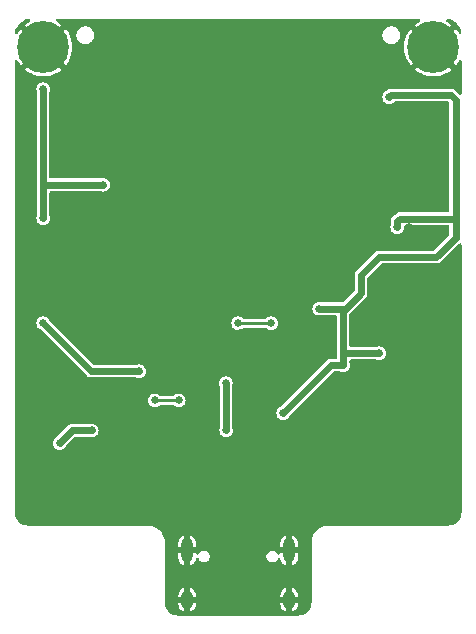
<source format=gbr>
%TF.GenerationSoftware,KiCad,Pcbnew,8.0.0*%
%TF.CreationDate,2024-05-19T21:12:01-04:00*%
%TF.ProjectId,nrf52-module-usb-carrier-hw,6e726635-322d-46d6-9f64-756c652d7573,rev?*%
%TF.SameCoordinates,PX5544200PY68a5100*%
%TF.FileFunction,Copper,L2,Bot*%
%TF.FilePolarity,Positive*%
%FSLAX46Y46*%
G04 Gerber Fmt 4.6, Leading zero omitted, Abs format (unit mm)*
G04 Created by KiCad (PCBNEW 8.0.0) date 2024-05-19 21:12:01*
%MOMM*%
%LPD*%
G01*
G04 APERTURE LIST*
%TA.AperFunction,ComponentPad*%
%ADD10O,1.000000X2.100000*%
%TD*%
%TA.AperFunction,ComponentPad*%
%ADD11O,1.000000X1.600000*%
%TD*%
%TA.AperFunction,ComponentPad*%
%ADD12C,4.400000*%
%TD*%
%TA.AperFunction,ViaPad*%
%ADD13C,0.635000*%
%TD*%
%TA.AperFunction,Conductor*%
%ADD14C,0.261112*%
%TD*%
%TA.AperFunction,Conductor*%
%ADD15C,0.558800*%
%TD*%
G04 APERTURE END LIST*
D10*
%TO.P,J1,S1,SHIELD*%
%TO.N,GND*%
X14730000Y5645000D03*
D11*
X14730000Y1465000D03*
D10*
X23370000Y5645000D03*
D11*
X23370000Y1465000D03*
%TD*%
D12*
%TO.P,H3,1,1*%
%TO.N,GND*%
X2540000Y48260000D03*
%TD*%
%TO.P,H4,1,1*%
%TO.N,GND*%
X35560000Y48260000D03*
%TD*%
D13*
%TO.N,GND*%
X22606000Y25400000D03*
X5588000Y16764000D03*
X9652000Y19812000D03*
X5588000Y19812000D03*
X5080000Y25400000D03*
X5080000Y37592000D03*
X29972000Y37592000D03*
X3048000Y8636000D03*
X37338000Y13970000D03*
X1016000Y16764000D03*
X1016000Y23368000D03*
X25908000Y9652000D03*
X33528000Y10922000D03*
X33528000Y18796000D03*
X29972000Y39624000D03*
X1524000Y40640000D03*
X16764000Y1524000D03*
X21336000Y1524000D03*
X19304000Y1524000D03*
X19812000Y19812000D03*
X9652000Y22352000D03*
X7620000Y26416000D03*
X10160000Y26416000D03*
X8636000Y23876000D03*
X35052000Y23876000D03*
X35052000Y25908000D03*
X32512000Y25908000D03*
X32512000Y23876000D03*
X8636000Y49276000D03*
X8636000Y46736000D03*
X32004000Y46736000D03*
X29972000Y46736000D03*
X29972000Y48260000D03*
X5588000Y18288000D03*
X1016000Y29464000D03*
X1016000Y31496000D03*
X1016000Y33528000D03*
%TO.N,+3V3*%
X22860000Y17272000D03*
%TO.N,GND*%
X29972000Y10160000D03*
X37084000Y10160000D03*
X37084000Y18288000D03*
X29972000Y18288000D03*
%TO.N,+3V3*%
X30988000Y22352000D03*
X10668000Y20828000D03*
X2540000Y24892000D03*
X2540000Y33782000D03*
X18034000Y15801696D03*
%TO.N,GND*%
X12700000Y17272000D03*
X37084000Y22352000D03*
X21844000Y12192000D03*
X21844000Y13716000D03*
X18288000Y13716000D03*
X16256000Y13716000D03*
X14732000Y13716000D03*
X13208000Y13716000D03*
X9652000Y13716000D03*
%TO.N,+3V3*%
X6657696Y15801696D03*
X3937000Y14732000D03*
%TO.N,GND*%
X8636000Y16764000D03*
X21844000Y25908000D03*
X762000Y19812000D03*
X6604000Y13716000D03*
X9144000Y8636000D03*
X16256000Y20828000D03*
X8128000Y13716000D03*
X23876000Y9652000D03*
X26162000Y24892000D03*
X26670000Y23876000D03*
X13716000Y19304000D03*
X13716000Y8636000D03*
X33528000Y33020000D03*
X15748000Y10160000D03*
X19241000Y24053800D03*
X11684000Y17272000D03*
X6858000Y31242000D03*
X15494000Y23368000D03*
X35360000Y29264000D03*
X19558000Y8636000D03*
X24130000Y22352000D03*
X33528000Y35560000D03*
X7874000Y37592000D03*
X33528000Y39624000D03*
X7620000Y28194000D03*
%TO.N,+3V3*%
X7604895Y36604000D03*
X18006000Y19812000D03*
X37475000Y32121000D03*
X27940000Y21336000D03*
X25908000Y26115498D03*
X32512000Y33020000D03*
X31832000Y44024000D03*
X2540000Y44704000D03*
%TO.N,/Peripherals/MAG_DRDY*%
X21844000Y24892000D03*
X19050000Y24892000D03*
%TO.N,/Peripherals/MAG_SDA_MOSI*%
X12001500Y18351500D03*
X14033500Y18351500D03*
%TD*%
D14*
%TO.N,/Peripherals/MAG_DRDY*%
X21844000Y24892000D02*
X19050000Y24892000D01*
D15*
%TO.N,+3V3*%
X25908000Y26115498D02*
X25916402Y26123900D01*
X25916402Y26123900D02*
X28155900Y26123900D01*
X37475000Y32121000D02*
X37475000Y43805000D01*
X37475000Y43805000D02*
X37084000Y44196000D01*
X32004000Y44196000D02*
X31832000Y44024000D01*
X37084000Y44196000D02*
X32004000Y44196000D01*
D14*
%TO.N,/Peripherals/MAG_SDA_MOSI*%
X12001500Y18351500D02*
X14033500Y18351500D01*
D15*
%TO.N,+3V3*%
X26924000Y21336000D02*
X27940000Y21336000D01*
X22860000Y17272000D02*
X26924000Y21336000D01*
X32512000Y33528000D02*
X32512000Y33020000D01*
X32727900Y33743900D02*
X32512000Y33528000D01*
X37475000Y33743900D02*
X32727900Y33743900D01*
X2568000Y36604000D02*
X7604895Y36604000D01*
X2540000Y36576000D02*
X2568000Y36604000D01*
X27940000Y22352000D02*
X30988000Y22352000D01*
X27940000Y25908000D02*
X27940000Y21336000D01*
X28155900Y26123900D02*
X27940000Y25908000D01*
X29464000Y27432000D02*
X28155900Y26123900D01*
X30988000Y30480000D02*
X29464000Y28956000D01*
X35834000Y30480000D02*
X30988000Y30480000D01*
X29464000Y28956000D02*
X29464000Y27432000D01*
X37475000Y32121000D02*
X35834000Y30480000D01*
X6604000Y20828000D02*
X10668000Y20828000D01*
X2540000Y24892000D02*
X6604000Y20828000D01*
X2540000Y33782000D02*
X2540000Y44704000D01*
X18006000Y15829696D02*
X18006000Y19812000D01*
X18034000Y15801696D02*
X18006000Y15829696D01*
X5006696Y15801696D02*
X6657696Y15801696D01*
X3937000Y14732000D02*
X5006696Y15801696D01*
%TD*%
%TA.AperFunction,Conductor*%
%TO.N,GND*%
G36*
X34431815Y50652498D02*
G01*
X34478308Y50598842D01*
X34488412Y50528568D01*
X34458918Y50463988D01*
X34424395Y50436085D01*
X34242478Y50336076D01*
X34011181Y50168030D01*
X34011181Y50168028D01*
X34980538Y49198671D01*
X34843398Y49099033D01*
X34720967Y48976602D01*
X34621329Y48839462D01*
X33654397Y49806394D01*
X33654396Y49806394D01*
X33570745Y49705276D01*
X33570743Y49705273D01*
X33405297Y49444571D01*
X33405293Y49444563D01*
X33273817Y49165167D01*
X33178399Y48871502D01*
X33178396Y48871490D01*
X33120536Y48568171D01*
X33101148Y48260006D01*
X33101148Y48259995D01*
X33120536Y47951830D01*
X33178396Y47648511D01*
X33178399Y47648499D01*
X33273817Y47354834D01*
X33405293Y47075438D01*
X33405297Y47075430D01*
X33570746Y46814723D01*
X33570749Y46814720D01*
X33654396Y46713609D01*
X33654397Y46713608D01*
X34621328Y47680540D01*
X34720967Y47543398D01*
X34843398Y47420967D01*
X34980538Y47321330D01*
X34011181Y46351974D01*
X34011181Y46351972D01*
X34242478Y46183925D01*
X34513072Y46035165D01*
X34800167Y45921495D01*
X34800185Y45921490D01*
X35099242Y45844705D01*
X35099270Y45844700D01*
X35405592Y45806002D01*
X35405611Y45806000D01*
X35714389Y45806000D01*
X35714407Y45806002D01*
X36020729Y45844700D01*
X36020757Y45844705D01*
X36319814Y45921490D01*
X36319832Y45921495D01*
X36606927Y46035165D01*
X36877525Y46183928D01*
X37108817Y46351972D01*
X37108817Y46351974D01*
X36139461Y47321330D01*
X36276602Y47420967D01*
X36399033Y47543398D01*
X36498670Y47680539D01*
X37465601Y46713608D01*
X37465602Y46713609D01*
X37549253Y46814725D01*
X37714709Y47075442D01*
X37714709Y47075444D01*
X37732490Y47113228D01*
X37779592Y47166349D01*
X37847937Y47185572D01*
X37915825Y47164793D01*
X37961702Y47110610D01*
X37972498Y47059580D01*
X37972498Y44366741D01*
X37952496Y44298620D01*
X37898840Y44252127D01*
X37828566Y44242023D01*
X37763986Y44271517D01*
X37757403Y44277646D01*
X37411823Y44623226D01*
X37411820Y44623228D01*
X37290082Y44693514D01*
X37290079Y44693515D01*
X37290078Y44693516D01*
X37290076Y44693517D01*
X37290075Y44693517D01*
X37250947Y44704001D01*
X37154289Y44729900D01*
X32074289Y44729900D01*
X31933711Y44729900D01*
X31860945Y44710403D01*
X31797924Y44693517D01*
X31797917Y44693514D01*
X31676181Y44623229D01*
X31676175Y44623224D01*
X31617691Y44564740D01*
X31576817Y44537429D01*
X31543532Y44523641D01*
X31543530Y44523640D01*
X31543528Y44523639D01*
X31424044Y44431956D01*
X31332363Y44312475D01*
X31332358Y44312467D01*
X31274722Y44173321D01*
X31255064Y44024001D01*
X31255064Y44024000D01*
X31274722Y43874680D01*
X31332358Y43735534D01*
X31332363Y43735526D01*
X31424044Y43616045D01*
X31543525Y43524364D01*
X31543532Y43524359D01*
X31682678Y43466723D01*
X31832000Y43447064D01*
X31981322Y43466723D01*
X32120468Y43524359D01*
X32239955Y43616045D01*
X32239956Y43616046D01*
X32245795Y43621884D01*
X32247527Y43620152D01*
X32294815Y43654674D01*
X32337431Y43662100D01*
X36810662Y43662100D01*
X36878783Y43642098D01*
X36899757Y43625195D01*
X36904195Y43620757D01*
X36938221Y43558445D01*
X36941100Y43531662D01*
X36941100Y34403800D01*
X36921098Y34335679D01*
X36867442Y34289186D01*
X36815100Y34277800D01*
X32798189Y34277800D01*
X32657611Y34277800D01*
X32584845Y34258303D01*
X32521824Y34241417D01*
X32521817Y34241414D01*
X32400079Y34171128D01*
X32292129Y34063177D01*
X32184178Y33955226D01*
X32084774Y33855822D01*
X32084772Y33855820D01*
X32014486Y33734083D01*
X32014483Y33734076D01*
X31978100Y33598288D01*
X31978100Y33250822D01*
X31968509Y33202605D01*
X31954723Y33169323D01*
X31935064Y33020001D01*
X31935064Y33020000D01*
X31954722Y32870680D01*
X32012358Y32731534D01*
X32012363Y32731526D01*
X32104044Y32612045D01*
X32223525Y32520364D01*
X32223532Y32520359D01*
X32362678Y32462723D01*
X32512000Y32443064D01*
X32661322Y32462723D01*
X32800468Y32520359D01*
X32919955Y32612045D01*
X33011641Y32731532D01*
X33069277Y32870678D01*
X33088936Y33020000D01*
X33082675Y33067554D01*
X33093614Y33137701D01*
X33140741Y33190800D01*
X33207597Y33210000D01*
X36815100Y33210000D01*
X36883221Y33189998D01*
X36929714Y33136342D01*
X36941100Y33084000D01*
X36941100Y32394339D01*
X36921098Y32326218D01*
X36904195Y32305244D01*
X35649757Y31050805D01*
X35587445Y31016780D01*
X35560662Y31013900D01*
X30917711Y31013900D01*
X30844945Y30994403D01*
X30781924Y30977517D01*
X30781917Y30977514D01*
X30660180Y30907229D01*
X30660174Y30907224D01*
X29898176Y30145225D01*
X29136178Y29383226D01*
X29036774Y29283822D01*
X29036772Y29283820D01*
X28966486Y29162083D01*
X28966483Y29162076D01*
X28930100Y29026288D01*
X28930100Y27705338D01*
X28910098Y27637217D01*
X28893195Y27616243D01*
X27971657Y26694705D01*
X27909345Y26660679D01*
X27882562Y26657800D01*
X26118538Y26657800D01*
X26070323Y26667390D01*
X26057322Y26672775D01*
X26057320Y26672776D01*
X25908000Y26692434D01*
X25758679Y26672776D01*
X25619533Y26615140D01*
X25619525Y26615135D01*
X25500044Y26523454D01*
X25408363Y26403973D01*
X25408358Y26403965D01*
X25350722Y26264819D01*
X25331064Y26115499D01*
X25331064Y26115498D01*
X25350722Y25966178D01*
X25408358Y25827032D01*
X25408363Y25827024D01*
X25500044Y25707543D01*
X25619525Y25615862D01*
X25619532Y25615857D01*
X25758678Y25558221D01*
X25908000Y25538562D01*
X26057322Y25558221D01*
X26095927Y25574212D01*
X26110890Y25580409D01*
X26159107Y25590000D01*
X27280100Y25590000D01*
X27348221Y25569998D01*
X27394714Y25516342D01*
X27406100Y25464000D01*
X27406100Y21995900D01*
X27386098Y21927779D01*
X27332442Y21881286D01*
X27280100Y21869900D01*
X26994289Y21869900D01*
X26853711Y21869900D01*
X26788265Y21852364D01*
X26717924Y21833517D01*
X26717917Y21833514D01*
X26596179Y21763228D01*
X26596176Y21763226D01*
X22645692Y17812742D01*
X22604817Y17785429D01*
X22571534Y17771643D01*
X22571528Y17771639D01*
X22452044Y17679956D01*
X22360363Y17560475D01*
X22360358Y17560467D01*
X22302722Y17421321D01*
X22283064Y17272001D01*
X22283064Y17272000D01*
X22302722Y17122680D01*
X22360358Y16983534D01*
X22360363Y16983526D01*
X22452044Y16864045D01*
X22571525Y16772364D01*
X22571532Y16772359D01*
X22710678Y16714723D01*
X22860000Y16695064D01*
X23009322Y16714723D01*
X23148468Y16772359D01*
X23267955Y16864045D01*
X23359641Y16983532D01*
X23373427Y17016816D01*
X23400738Y17057692D01*
X27108243Y20765195D01*
X27170555Y20799221D01*
X27197338Y20802100D01*
X27709178Y20802100D01*
X27757395Y20792509D01*
X27768344Y20787974D01*
X27790678Y20778723D01*
X27940000Y20759064D01*
X28089322Y20778723D01*
X28228468Y20836359D01*
X28347955Y20928045D01*
X28439641Y21047532D01*
X28497277Y21186678D01*
X28516936Y21336000D01*
X28497277Y21485322D01*
X28483491Y21518605D01*
X28473900Y21566822D01*
X28473900Y21692100D01*
X28493902Y21760221D01*
X28547558Y21806714D01*
X28599900Y21818100D01*
X30757178Y21818100D01*
X30805395Y21808509D01*
X30809729Y21806714D01*
X30838678Y21794723D01*
X30988000Y21775064D01*
X31137322Y21794723D01*
X31276468Y21852359D01*
X31395955Y21944045D01*
X31487641Y22063532D01*
X31545277Y22202678D01*
X31564936Y22352000D01*
X31545277Y22501322D01*
X31487641Y22640468D01*
X31487636Y22640475D01*
X31395955Y22759956D01*
X31276474Y22851637D01*
X31276466Y22851642D01*
X31137320Y22909278D01*
X30988000Y22928936D01*
X30838677Y22909277D01*
X30805395Y22895491D01*
X30757178Y22885900D01*
X28599900Y22885900D01*
X28531779Y22905902D01*
X28485286Y22959558D01*
X28473900Y23011900D01*
X28473900Y25634662D01*
X28493902Y25702783D01*
X28510805Y25723757D01*
X29891225Y27104177D01*
X29891227Y27104180D01*
X29961516Y27225922D01*
X29997900Y27361711D01*
X29997900Y27502289D01*
X29997900Y28682662D01*
X30017902Y28750783D01*
X30034805Y28771757D01*
X31172244Y29909195D01*
X31234556Y29943221D01*
X31261339Y29946100D01*
X35904287Y29946100D01*
X35904289Y29946100D01*
X36040078Y29982484D01*
X36161822Y30052774D01*
X37689310Y31580264D01*
X37730183Y31607573D01*
X37763468Y31621359D01*
X37769793Y31626213D01*
X37836012Y31651814D01*
X37905561Y31637550D01*
X37956358Y31587950D01*
X37972498Y31526251D01*
X37972500Y8919101D01*
X37972500Y8895507D01*
X37972020Y8884525D01*
X37956102Y8702588D01*
X37952289Y8680959D01*
X37906452Y8509891D01*
X37898940Y8489252D01*
X37824090Y8328737D01*
X37813108Y8309717D01*
X37711528Y8164645D01*
X37697410Y8147820D01*
X37572180Y8022590D01*
X37555355Y8008472D01*
X37410283Y7906892D01*
X37391263Y7895910D01*
X37230748Y7821060D01*
X37210109Y7813548D01*
X37039041Y7767711D01*
X37017412Y7763898D01*
X36835475Y7747980D01*
X36824493Y7747500D01*
X26632629Y7747500D01*
X26632609Y7747498D01*
X26560017Y7747498D01*
X26342754Y7713087D01*
X26342748Y7713086D01*
X26133553Y7645115D01*
X26133547Y7645112D01*
X25937549Y7545246D01*
X25759589Y7415950D01*
X25759586Y7415948D01*
X25604050Y7260412D01*
X25474755Y7082453D01*
X25374889Y6886455D01*
X25374888Y6886453D01*
X25327549Y6740758D01*
X25306913Y6677248D01*
X25286505Y6548393D01*
X25272502Y6459983D01*
X25272502Y6375361D01*
X25272500Y1299102D01*
X25272500Y1275507D01*
X25272020Y1264525D01*
X25256102Y1082588D01*
X25252289Y1060959D01*
X25206452Y889891D01*
X25198940Y869252D01*
X25124090Y708737D01*
X25113108Y689717D01*
X25011528Y544645D01*
X24997410Y527820D01*
X24872180Y402590D01*
X24855355Y388472D01*
X24710283Y286892D01*
X24691263Y275910D01*
X24530748Y201060D01*
X24510109Y193548D01*
X24339041Y147711D01*
X24317412Y143898D01*
X24135475Y127980D01*
X24124493Y127500D01*
X13975507Y127500D01*
X13964525Y127979D01*
X13782587Y143897D01*
X13760958Y147711D01*
X13589890Y193548D01*
X13569251Y201060D01*
X13408736Y275910D01*
X13389716Y286892D01*
X13244644Y388472D01*
X13227819Y402590D01*
X13102589Y527820D01*
X13088471Y544645D01*
X12986891Y689717D01*
X12975909Y708737D01*
X12964340Y733546D01*
X12901057Y869257D01*
X12893549Y889885D01*
X12847709Y1060961D01*
X12843896Y1082589D01*
X12843183Y1090736D01*
X13976000Y1090736D01*
X14004976Y945066D01*
X14004978Y945061D01*
X14061814Y807848D01*
X14144327Y684358D01*
X14144332Y684351D01*
X14249350Y579333D01*
X14249357Y579328D01*
X14372846Y496815D01*
X14476000Y454088D01*
X14476000Y1004940D01*
X14489940Y980795D01*
X14545795Y924940D01*
X14614204Y885444D01*
X14690504Y865000D01*
X14769496Y865000D01*
X14845796Y885444D01*
X14914205Y924940D01*
X14970060Y980795D01*
X14984000Y1004940D01*
X14984000Y454088D01*
X15087153Y496815D01*
X15210642Y579328D01*
X15210649Y579333D01*
X15315667Y684351D01*
X15315672Y684358D01*
X15398185Y807848D01*
X15455021Y945061D01*
X15455023Y945066D01*
X15483999Y1090736D01*
X22616000Y1090736D01*
X22644976Y945066D01*
X22644978Y945061D01*
X22701814Y807848D01*
X22784327Y684358D01*
X22784332Y684351D01*
X22889350Y579333D01*
X22889357Y579328D01*
X23012846Y496815D01*
X23116000Y454088D01*
X23116000Y1004940D01*
X23129940Y980795D01*
X23185795Y924940D01*
X23254204Y885444D01*
X23330504Y865000D01*
X23409496Y865000D01*
X23485796Y885444D01*
X23554205Y924940D01*
X23610060Y980795D01*
X23624000Y1004940D01*
X23624000Y454088D01*
X23727153Y496815D01*
X23850642Y579328D01*
X23850649Y579333D01*
X23955667Y684351D01*
X23955672Y684358D01*
X24038185Y807848D01*
X24095021Y945061D01*
X24095023Y945066D01*
X24123999Y1090736D01*
X24124000Y1090740D01*
X24124000Y1211000D01*
X23670000Y1211000D01*
X23670000Y1719000D01*
X24124000Y1719000D01*
X24124000Y1839261D01*
X24123999Y1839265D01*
X24095023Y1984935D01*
X24095021Y1984940D01*
X24038185Y2122153D01*
X23955672Y2245643D01*
X23955667Y2245650D01*
X23850649Y2350668D01*
X23850642Y2350673D01*
X23727154Y2433185D01*
X23624000Y2475914D01*
X23624000Y1925061D01*
X23610060Y1949205D01*
X23554205Y2005060D01*
X23485796Y2044556D01*
X23409496Y2065000D01*
X23330504Y2065000D01*
X23254204Y2044556D01*
X23185795Y2005060D01*
X23129940Y1949205D01*
X23116000Y1925061D01*
X23116000Y2475914D01*
X23012845Y2433185D01*
X22889357Y2350673D01*
X22889350Y2350668D01*
X22784332Y2245650D01*
X22784327Y2245643D01*
X22701814Y2122153D01*
X22644978Y1984940D01*
X22644976Y1984935D01*
X22616000Y1839265D01*
X22616000Y1719000D01*
X23070000Y1719000D01*
X23070000Y1211000D01*
X22616000Y1211000D01*
X22616000Y1090736D01*
X15483999Y1090736D01*
X15484000Y1090740D01*
X15484000Y1211000D01*
X15030000Y1211000D01*
X15030000Y1719000D01*
X15484000Y1719000D01*
X15484000Y1839261D01*
X15483999Y1839265D01*
X15455023Y1984935D01*
X15455021Y1984940D01*
X15398185Y2122153D01*
X15315672Y2245643D01*
X15315667Y2245650D01*
X15210649Y2350668D01*
X15210642Y2350673D01*
X15087154Y2433185D01*
X14984000Y2475914D01*
X14984000Y1925061D01*
X14970060Y1949205D01*
X14914205Y2005060D01*
X14845796Y2044556D01*
X14769496Y2065000D01*
X14690504Y2065000D01*
X14614204Y2044556D01*
X14545795Y2005060D01*
X14489940Y1949205D01*
X14476000Y1925061D01*
X14476000Y2475914D01*
X14372845Y2433185D01*
X14249357Y2350673D01*
X14249350Y2350668D01*
X14144332Y2245650D01*
X14144327Y2245643D01*
X14061814Y2122153D01*
X14004978Y1984940D01*
X14004976Y1984935D01*
X13976000Y1839265D01*
X13976000Y1719000D01*
X14430000Y1719000D01*
X14430000Y1211000D01*
X13976000Y1211000D01*
X13976000Y1090736D01*
X12843183Y1090736D01*
X12827979Y1264526D01*
X12827500Y1275507D01*
X12827500Y5020736D01*
X13976000Y5020736D01*
X14004976Y4875066D01*
X14004978Y4875061D01*
X14061814Y4737848D01*
X14144327Y4614358D01*
X14144332Y4614351D01*
X14249350Y4509333D01*
X14249357Y4509328D01*
X14372846Y4426815D01*
X14476000Y4384088D01*
X14476000Y4934940D01*
X14489940Y4910795D01*
X14545795Y4854940D01*
X14614204Y4815444D01*
X14690504Y4795000D01*
X14769496Y4795000D01*
X14845796Y4815444D01*
X14914205Y4854940D01*
X14970060Y4910795D01*
X14984000Y4934940D01*
X14984000Y4384088D01*
X15087153Y4426815D01*
X15210642Y4509328D01*
X15210649Y4509333D01*
X15315667Y4614351D01*
X15315672Y4614358D01*
X15398185Y4737848D01*
X15455021Y4875061D01*
X15455023Y4875067D01*
X15465212Y4926288D01*
X15498119Y4989198D01*
X15559814Y5024330D01*
X15630709Y5020530D01*
X15688295Y4979005D01*
X15697969Y4962364D01*
X15698705Y4962788D01*
X15767420Y4843769D01*
X15767428Y4843759D01*
X15858758Y4752429D01*
X15858763Y4752425D01*
X15858765Y4752423D01*
X15858766Y4752422D01*
X15858768Y4752421D01*
X15970638Y4687833D01*
X16095407Y4654401D01*
X16095411Y4654400D01*
X16224589Y4654400D01*
X16286976Y4671117D01*
X16349361Y4687833D01*
X16349361Y4687834D01*
X16349364Y4687834D01*
X16461235Y4752423D01*
X16552577Y4843765D01*
X16617166Y4955636D01*
X16619083Y4962788D01*
X16650599Y5080408D01*
X21449400Y5080408D01*
X21482832Y4955639D01*
X21547420Y4843769D01*
X21547428Y4843759D01*
X21638758Y4752429D01*
X21638763Y4752425D01*
X21638765Y4752423D01*
X21638766Y4752422D01*
X21638768Y4752421D01*
X21750638Y4687833D01*
X21875407Y4654401D01*
X21875411Y4654400D01*
X22004589Y4654400D01*
X22066976Y4671117D01*
X22129361Y4687833D01*
X22129361Y4687834D01*
X22129364Y4687834D01*
X22241235Y4752423D01*
X22332577Y4843765D01*
X22397166Y4955636D01*
X22397166Y4955637D01*
X22401295Y4962788D01*
X22403942Y4961260D01*
X22439307Y5005178D01*
X22506662Y5027625D01*
X22575460Y5010094D01*
X22623858Y4958151D01*
X22634787Y4926290D01*
X22644977Y4875065D01*
X22644978Y4875061D01*
X22701814Y4737848D01*
X22784327Y4614358D01*
X22784332Y4614351D01*
X22889350Y4509333D01*
X22889357Y4509328D01*
X23012846Y4426815D01*
X23116000Y4384088D01*
X23116000Y4934940D01*
X23129940Y4910795D01*
X23185795Y4854940D01*
X23254204Y4815444D01*
X23330504Y4795000D01*
X23409496Y4795000D01*
X23485796Y4815444D01*
X23554205Y4854940D01*
X23610060Y4910795D01*
X23624000Y4934940D01*
X23624000Y4384088D01*
X23727153Y4426815D01*
X23850642Y4509328D01*
X23850649Y4509333D01*
X23955667Y4614351D01*
X23955672Y4614358D01*
X24038185Y4737848D01*
X24095021Y4875061D01*
X24095023Y4875066D01*
X24123999Y5020736D01*
X24124000Y5020740D01*
X24124000Y5391000D01*
X23670000Y5391000D01*
X23670000Y5899000D01*
X24124000Y5899000D01*
X24124000Y6269261D01*
X24123999Y6269265D01*
X24095023Y6414935D01*
X24095021Y6414940D01*
X24038185Y6552153D01*
X23955672Y6675643D01*
X23955667Y6675650D01*
X23850649Y6780668D01*
X23850642Y6780673D01*
X23727154Y6863185D01*
X23624000Y6905914D01*
X23624000Y6355061D01*
X23610060Y6379205D01*
X23554205Y6435060D01*
X23485796Y6474556D01*
X23409496Y6495000D01*
X23330504Y6495000D01*
X23254204Y6474556D01*
X23185795Y6435060D01*
X23129940Y6379205D01*
X23116000Y6355061D01*
X23116000Y6905914D01*
X23012845Y6863185D01*
X22889357Y6780673D01*
X22889350Y6780668D01*
X22784332Y6675650D01*
X22784327Y6675643D01*
X22701814Y6552153D01*
X22644978Y6414940D01*
X22644976Y6414935D01*
X22616000Y6269265D01*
X22616000Y5899000D01*
X23070000Y5899000D01*
X23070000Y5391000D01*
X22615999Y5391000D01*
X22601630Y5376632D01*
X22595998Y5357450D01*
X22542342Y5310957D01*
X22472068Y5300853D01*
X22407488Y5330347D01*
X22380881Y5362571D01*
X22332579Y5446232D01*
X22332571Y5446242D01*
X22241241Y5537572D01*
X22241231Y5537580D01*
X22129361Y5602168D01*
X22004592Y5635600D01*
X22004589Y5635600D01*
X21875411Y5635600D01*
X21875407Y5635600D01*
X21750638Y5602168D01*
X21638768Y5537580D01*
X21638758Y5537572D01*
X21547428Y5446242D01*
X21547420Y5446232D01*
X21482832Y5334362D01*
X21449400Y5209593D01*
X21449400Y5080408D01*
X16650599Y5080408D01*
X16650600Y5080411D01*
X16650600Y5209589D01*
X16650599Y5209593D01*
X16617167Y5334362D01*
X16552579Y5446232D01*
X16552571Y5446242D01*
X16461241Y5537572D01*
X16461231Y5537580D01*
X16349361Y5602168D01*
X16224592Y5635600D01*
X16224589Y5635600D01*
X16095411Y5635600D01*
X16095407Y5635600D01*
X15970638Y5602168D01*
X15858768Y5537580D01*
X15858758Y5537572D01*
X15767428Y5446242D01*
X15767420Y5446232D01*
X15719119Y5362571D01*
X15667736Y5313578D01*
X15598023Y5300142D01*
X15532112Y5326529D01*
X15491647Y5383354D01*
X15484001Y5391000D01*
X15030000Y5391000D01*
X15030000Y5899000D01*
X15484000Y5899000D01*
X15484000Y6269261D01*
X15483999Y6269265D01*
X15455023Y6414935D01*
X15455021Y6414940D01*
X15398185Y6552153D01*
X15315672Y6675643D01*
X15315667Y6675650D01*
X15210649Y6780668D01*
X15210642Y6780673D01*
X15087154Y6863185D01*
X14984000Y6905914D01*
X14984000Y6355061D01*
X14970060Y6379205D01*
X14914205Y6435060D01*
X14845796Y6474556D01*
X14769496Y6495000D01*
X14690504Y6495000D01*
X14614204Y6474556D01*
X14545795Y6435060D01*
X14489940Y6379205D01*
X14476000Y6355061D01*
X14476000Y6905914D01*
X14372845Y6863185D01*
X14249357Y6780673D01*
X14249350Y6780668D01*
X14144332Y6675650D01*
X14144327Y6675643D01*
X14061814Y6552153D01*
X14004978Y6414940D01*
X14004976Y6414935D01*
X13976000Y6269265D01*
X13976000Y5899000D01*
X14430000Y5899000D01*
X14430000Y5391000D01*
X13976000Y5391000D01*
X13976000Y5020736D01*
X12827500Y5020736D01*
X12827500Y6459983D01*
X12821954Y6495000D01*
X12793089Y6677249D01*
X12725114Y6886454D01*
X12625249Y7082449D01*
X12495953Y7260410D01*
X12495950Y7260413D01*
X12495948Y7260416D01*
X12340415Y7415949D01*
X12340412Y7415951D01*
X12340411Y7415952D01*
X12340410Y7415953D01*
X12162449Y7545249D01*
X11966454Y7645114D01*
X11966453Y7645115D01*
X11966450Y7645116D01*
X11757254Y7713088D01*
X11757250Y7713089D01*
X11757249Y7713089D01*
X11539986Y7747500D01*
X11539983Y7747500D01*
X1275507Y7747500D01*
X1264525Y7747979D01*
X1082587Y7763897D01*
X1060958Y7767711D01*
X889890Y7813548D01*
X869251Y7821060D01*
X708736Y7895910D01*
X689716Y7906892D01*
X544644Y8008472D01*
X527819Y8022590D01*
X402589Y8147820D01*
X388471Y8164645D01*
X286891Y8309717D01*
X275909Y8328737D01*
X201059Y8489252D01*
X193549Y8509885D01*
X147709Y8680961D01*
X143896Y8702589D01*
X127979Y8884526D01*
X127500Y8895507D01*
X127500Y14732000D01*
X3360064Y14732000D01*
X3379722Y14582680D01*
X3437358Y14443534D01*
X3437363Y14443526D01*
X3529044Y14324045D01*
X3648525Y14232364D01*
X3648532Y14232359D01*
X3787678Y14174723D01*
X3937000Y14155064D01*
X4086322Y14174723D01*
X4225468Y14232359D01*
X4344955Y14324045D01*
X4436639Y14443529D01*
X4436639Y14443530D01*
X4436641Y14443532D01*
X4450428Y14476819D01*
X4477737Y14517691D01*
X5190940Y15230892D01*
X5253252Y15264917D01*
X5280035Y15267796D01*
X6426874Y15267796D01*
X6475091Y15258205D01*
X6482783Y15255019D01*
X6508374Y15244419D01*
X6657696Y15224760D01*
X6807018Y15244419D01*
X6946164Y15302055D01*
X7065651Y15393741D01*
X7157337Y15513228D01*
X7214973Y15652374D01*
X7234632Y15801696D01*
X7214973Y15951018D01*
X7157337Y16090164D01*
X7149700Y16100117D01*
X7065651Y16209652D01*
X6946170Y16301333D01*
X6946162Y16301338D01*
X6807016Y16358974D01*
X6657696Y16378632D01*
X6508373Y16358973D01*
X6475091Y16345187D01*
X6426874Y16335596D01*
X4936407Y16335596D01*
X4845881Y16311340D01*
X4800617Y16299212D01*
X4800616Y16299212D01*
X4727371Y16256922D01*
X4678875Y16228923D01*
X4678871Y16228920D01*
X3722690Y15272740D01*
X3681815Y15245428D01*
X3648534Y15231643D01*
X3648528Y15231639D01*
X3529044Y15139956D01*
X3437363Y15020475D01*
X3437358Y15020467D01*
X3379722Y14881321D01*
X3360064Y14732001D01*
X3360064Y14732000D01*
X127500Y14732000D01*
X127500Y18351500D01*
X11424564Y18351500D01*
X11444222Y18202180D01*
X11501858Y18063034D01*
X11501863Y18063026D01*
X11593544Y17943545D01*
X11713025Y17851864D01*
X11713032Y17851859D01*
X11852178Y17794223D01*
X12001500Y17774564D01*
X12150822Y17794223D01*
X12289968Y17851859D01*
X12334998Y17886413D01*
X12405365Y17940406D01*
X12471585Y17966007D01*
X12482069Y17966444D01*
X13552931Y17966444D01*
X13621052Y17946442D01*
X13629635Y17940406D01*
X13745025Y17851864D01*
X13745032Y17851859D01*
X13884178Y17794223D01*
X14033500Y17774564D01*
X14182822Y17794223D01*
X14321968Y17851859D01*
X14441455Y17943545D01*
X14533141Y18063032D01*
X14590777Y18202178D01*
X14610436Y18351500D01*
X14590777Y18500822D01*
X14533141Y18639968D01*
X14533136Y18639975D01*
X14441455Y18759456D01*
X14321974Y18851137D01*
X14321966Y18851142D01*
X14182820Y18908778D01*
X14033500Y18928436D01*
X13884179Y18908778D01*
X13745033Y18851142D01*
X13745025Y18851137D01*
X13629635Y18762594D01*
X13563415Y18736993D01*
X13552931Y18736556D01*
X12482069Y18736556D01*
X12413948Y18756558D01*
X12405365Y18762594D01*
X12289974Y18851137D01*
X12289966Y18851142D01*
X12150820Y18908778D01*
X12001500Y18928436D01*
X11852179Y18908778D01*
X11713033Y18851142D01*
X11713025Y18851137D01*
X11593544Y18759456D01*
X11501863Y18639975D01*
X11501858Y18639967D01*
X11444222Y18500821D01*
X11424564Y18351501D01*
X11424564Y18351500D01*
X127500Y18351500D01*
X127500Y19812000D01*
X17429064Y19812000D01*
X17448722Y19662680D01*
X17448723Y19662678D01*
X17462509Y19629395D01*
X17472100Y19581179D01*
X17472100Y15924163D01*
X17471022Y15907716D01*
X17457064Y15801697D01*
X17457064Y15801696D01*
X17476722Y15652376D01*
X17534358Y15513230D01*
X17534363Y15513222D01*
X17626044Y15393741D01*
X17745525Y15302060D01*
X17745532Y15302055D01*
X17884678Y15244419D01*
X18034000Y15224760D01*
X18183322Y15244419D01*
X18322468Y15302055D01*
X18441955Y15393741D01*
X18533641Y15513228D01*
X18591277Y15652374D01*
X18610936Y15801696D01*
X18591277Y15951018D01*
X18549491Y16051900D01*
X18539900Y16100117D01*
X18539900Y19581179D01*
X18549490Y19629395D01*
X18563277Y19662678D01*
X18582936Y19812000D01*
X18563277Y19961322D01*
X18505641Y20100468D01*
X18505636Y20100475D01*
X18413955Y20219956D01*
X18294474Y20311637D01*
X18294466Y20311642D01*
X18155320Y20369278D01*
X18006000Y20388936D01*
X17856679Y20369278D01*
X17717533Y20311642D01*
X17717525Y20311637D01*
X17598044Y20219956D01*
X17506363Y20100475D01*
X17506358Y20100467D01*
X17448722Y19961321D01*
X17429064Y19812001D01*
X17429064Y19812000D01*
X127500Y19812000D01*
X127500Y24892000D01*
X1963064Y24892000D01*
X1982722Y24742680D01*
X2040358Y24603534D01*
X2040363Y24603526D01*
X2132044Y24484045D01*
X2251525Y24392364D01*
X2251532Y24392359D01*
X2284813Y24378574D01*
X2325693Y24351259D01*
X6276176Y20400775D01*
X6276179Y20400773D01*
X6372198Y20345336D01*
X6397922Y20330484D01*
X6533711Y20294100D01*
X6674289Y20294100D01*
X10437178Y20294100D01*
X10485395Y20284509D01*
X10496344Y20279974D01*
X10518678Y20270723D01*
X10668000Y20251064D01*
X10817322Y20270723D01*
X10956468Y20328359D01*
X11075955Y20420045D01*
X11167641Y20539532D01*
X11225277Y20678678D01*
X11244936Y20828000D01*
X11243835Y20836359D01*
X11225277Y20977321D01*
X11196198Y21047526D01*
X11167641Y21116468D01*
X11113767Y21186678D01*
X11075955Y21235956D01*
X10956474Y21327637D01*
X10956466Y21327642D01*
X10817320Y21385278D01*
X10668000Y21404936D01*
X10518677Y21385277D01*
X10485395Y21371491D01*
X10437178Y21361900D01*
X6877338Y21361900D01*
X6809217Y21381902D01*
X6788243Y21398805D01*
X3295048Y24892000D01*
X18473064Y24892000D01*
X18492722Y24742680D01*
X18550358Y24603534D01*
X18550363Y24603526D01*
X18642044Y24484045D01*
X18761525Y24392364D01*
X18761532Y24392359D01*
X18900678Y24334723D01*
X19050000Y24315064D01*
X19199322Y24334723D01*
X19338468Y24392359D01*
X19383498Y24426913D01*
X19453865Y24480906D01*
X19520085Y24506507D01*
X19530569Y24506944D01*
X21363431Y24506944D01*
X21431552Y24486942D01*
X21440135Y24480906D01*
X21555525Y24392364D01*
X21555532Y24392359D01*
X21694678Y24334723D01*
X21844000Y24315064D01*
X21993322Y24334723D01*
X22132468Y24392359D01*
X22251955Y24484045D01*
X22343641Y24603532D01*
X22401277Y24742678D01*
X22420936Y24892000D01*
X22401277Y25041322D01*
X22343641Y25180468D01*
X22343636Y25180475D01*
X22251955Y25299956D01*
X22132474Y25391637D01*
X22132466Y25391642D01*
X21993320Y25449278D01*
X21844000Y25468936D01*
X21694679Y25449278D01*
X21555533Y25391642D01*
X21555525Y25391637D01*
X21440135Y25303094D01*
X21373915Y25277493D01*
X21363431Y25277056D01*
X19530569Y25277056D01*
X19462448Y25297058D01*
X19453865Y25303094D01*
X19338474Y25391637D01*
X19338466Y25391642D01*
X19199320Y25449278D01*
X19050000Y25468936D01*
X18900679Y25449278D01*
X18761533Y25391642D01*
X18761525Y25391637D01*
X18642044Y25299956D01*
X18550363Y25180475D01*
X18550358Y25180467D01*
X18492722Y25041321D01*
X18473064Y24892001D01*
X18473064Y24892000D01*
X3295048Y24892000D01*
X3080741Y25106307D01*
X3053426Y25147187D01*
X3039641Y25180468D01*
X2947955Y25299956D01*
X2828474Y25391637D01*
X2828466Y25391642D01*
X2689320Y25449278D01*
X2540000Y25468936D01*
X2390679Y25449278D01*
X2251533Y25391642D01*
X2251525Y25391637D01*
X2132044Y25299956D01*
X2040363Y25180475D01*
X2040358Y25180467D01*
X1982722Y25041321D01*
X1963064Y24892001D01*
X1963064Y24892000D01*
X127500Y24892000D01*
X127500Y33782000D01*
X1963064Y33782000D01*
X1982722Y33632680D01*
X2040358Y33493534D01*
X2040363Y33493526D01*
X2132044Y33374045D01*
X2251525Y33282364D01*
X2251532Y33282359D01*
X2390678Y33224723D01*
X2540000Y33205064D01*
X2689322Y33224723D01*
X2828468Y33282359D01*
X2947955Y33374045D01*
X3039641Y33493532D01*
X3097277Y33632678D01*
X3116936Y33782000D01*
X3097277Y33931322D01*
X3083491Y33964605D01*
X3073900Y34012822D01*
X3073900Y35944100D01*
X3093902Y36012221D01*
X3147558Y36058714D01*
X3199900Y36070100D01*
X7374073Y36070100D01*
X7422290Y36060509D01*
X7426624Y36058714D01*
X7455573Y36046723D01*
X7604895Y36027064D01*
X7754217Y36046723D01*
X7893363Y36104359D01*
X8012850Y36196045D01*
X8104536Y36315532D01*
X8162172Y36454678D01*
X8181831Y36604000D01*
X8162172Y36753322D01*
X8104536Y36892468D01*
X8104531Y36892475D01*
X8012850Y37011956D01*
X7893369Y37103637D01*
X7893361Y37103642D01*
X7754215Y37161278D01*
X7604895Y37180936D01*
X7455572Y37161277D01*
X7422290Y37147491D01*
X7374073Y37137900D01*
X3199900Y37137900D01*
X3131779Y37157902D01*
X3085286Y37211558D01*
X3073900Y37263900D01*
X3073900Y44473179D01*
X3083490Y44521395D01*
X3097277Y44554678D01*
X3116936Y44704000D01*
X3097277Y44853322D01*
X3039641Y44992468D01*
X3039636Y44992475D01*
X2947955Y45111956D01*
X2828474Y45203637D01*
X2828466Y45203642D01*
X2689320Y45261278D01*
X2540000Y45280936D01*
X2390679Y45261278D01*
X2251533Y45203642D01*
X2251525Y45203637D01*
X2132044Y45111956D01*
X2040363Y44992475D01*
X2040358Y44992467D01*
X1982722Y44853321D01*
X1963064Y44704001D01*
X1963064Y44704000D01*
X1982722Y44554680D01*
X1982723Y44554678D01*
X1996509Y44521395D01*
X2006100Y44473179D01*
X2006100Y34012822D01*
X1996509Y33964605D01*
X1982723Y33931323D01*
X1963064Y33782001D01*
X1963064Y33782000D01*
X127500Y33782000D01*
X127500Y47059584D01*
X147502Y47127705D01*
X201158Y47174198D01*
X271432Y47184302D01*
X336012Y47154808D01*
X367508Y47113232D01*
X385290Y47075444D01*
X385297Y47075430D01*
X550746Y46814723D01*
X550749Y46814720D01*
X634396Y46713609D01*
X634397Y46713608D01*
X1601328Y47680540D01*
X1700967Y47543398D01*
X1823398Y47420967D01*
X1960538Y47321330D01*
X991181Y46351974D01*
X991181Y46351972D01*
X1222478Y46183925D01*
X1493072Y46035165D01*
X1780167Y45921495D01*
X1780185Y45921490D01*
X2079242Y45844705D01*
X2079270Y45844700D01*
X2385592Y45806002D01*
X2385611Y45806000D01*
X2694389Y45806000D01*
X2694407Y45806002D01*
X3000729Y45844700D01*
X3000757Y45844705D01*
X3299814Y45921490D01*
X3299832Y45921495D01*
X3586927Y46035165D01*
X3857525Y46183928D01*
X4088817Y46351972D01*
X4088817Y46351974D01*
X3119461Y47321330D01*
X3256602Y47420967D01*
X3379033Y47543398D01*
X3478670Y47680539D01*
X4445601Y46713608D01*
X4445602Y46713609D01*
X4529253Y46814725D01*
X4694707Y47075440D01*
X4826182Y47354834D01*
X4921600Y47648499D01*
X4921603Y47648511D01*
X4979463Y47951830D01*
X4998852Y48259995D01*
X4998852Y48260006D01*
X4979463Y48568171D01*
X4921603Y48871490D01*
X4921600Y48871502D01*
X4826182Y49165167D01*
X4808426Y49202899D01*
X5353820Y49202899D01*
X5354237Y49200804D01*
X5382342Y49059514D01*
X5438289Y48924446D01*
X5519511Y48802888D01*
X5622888Y48699511D01*
X5744446Y48618289D01*
X5879514Y48562342D01*
X6022902Y48533820D01*
X6169098Y48533820D01*
X6312486Y48562342D01*
X6447554Y48618289D01*
X6569112Y48699511D01*
X6672489Y48802888D01*
X6753711Y48924446D01*
X6809658Y49059514D01*
X6838179Y49202899D01*
X31261820Y49202899D01*
X31262237Y49200804D01*
X31290342Y49059514D01*
X31346289Y48924446D01*
X31427511Y48802888D01*
X31530888Y48699511D01*
X31652446Y48618289D01*
X31787514Y48562342D01*
X31930902Y48533820D01*
X32077098Y48533820D01*
X32220486Y48562342D01*
X32355554Y48618289D01*
X32477112Y48699511D01*
X32580489Y48802888D01*
X32661711Y48924446D01*
X32717658Y49059514D01*
X32746180Y49202902D01*
X32746180Y49349098D01*
X32717658Y49492486D01*
X32661711Y49627554D01*
X32580489Y49749112D01*
X32477112Y49852489D01*
X32355554Y49933711D01*
X32270381Y49968991D01*
X32220489Y49989657D01*
X32220486Y49989658D01*
X32077101Y50018180D01*
X32077098Y50018180D01*
X31930902Y50018180D01*
X31930898Y50018180D01*
X31787513Y49989658D01*
X31787510Y49989657D01*
X31652446Y49933711D01*
X31530889Y49852490D01*
X31530883Y49852485D01*
X31427515Y49749117D01*
X31427510Y49749111D01*
X31346289Y49627554D01*
X31290343Y49492490D01*
X31290342Y49492487D01*
X31261820Y49349102D01*
X31261820Y49202899D01*
X6838179Y49202899D01*
X6838180Y49202902D01*
X6838180Y49349098D01*
X6809658Y49492486D01*
X6753711Y49627554D01*
X6672489Y49749112D01*
X6569112Y49852489D01*
X6447554Y49933711D01*
X6362381Y49968991D01*
X6312489Y49989657D01*
X6312486Y49989658D01*
X6169101Y50018180D01*
X6169098Y50018180D01*
X6022902Y50018180D01*
X6022898Y50018180D01*
X5879513Y49989658D01*
X5879510Y49989657D01*
X5744446Y49933711D01*
X5622889Y49852490D01*
X5622883Y49852485D01*
X5519515Y49749117D01*
X5519510Y49749111D01*
X5438289Y49627554D01*
X5382343Y49492490D01*
X5382342Y49492487D01*
X5353820Y49349102D01*
X5353820Y49202899D01*
X4808426Y49202899D01*
X4694706Y49444563D01*
X4694702Y49444571D01*
X4529253Y49705278D01*
X4529250Y49705281D01*
X4445602Y49806393D01*
X4445601Y49806394D01*
X3478669Y48839463D01*
X3379033Y48976602D01*
X3256602Y49099033D01*
X3119461Y49198671D01*
X4088817Y50168028D01*
X4088817Y50168030D01*
X3857521Y50336076D01*
X3675605Y50436085D01*
X3625546Y50486431D01*
X3610653Y50555848D01*
X3635654Y50622297D01*
X3692611Y50664681D01*
X3736306Y50672500D01*
X34363694Y50672500D01*
X34431815Y50652498D01*
G37*
%TD.AperFunction*%
%TA.AperFunction,Conductor*%
G36*
X1347685Y50644855D02*
G01*
X1405419Y50603535D01*
X1431649Y50537562D01*
X1418047Y50467880D01*
X1368931Y50416614D01*
X1366892Y50415469D01*
X1222487Y50336082D01*
X1222480Y50336077D01*
X991181Y50168030D01*
X991181Y50168028D01*
X1960538Y49198671D01*
X1823398Y49099033D01*
X1700967Y48976602D01*
X1601329Y48839462D01*
X634397Y49806394D01*
X634396Y49806394D01*
X550745Y49705276D01*
X550743Y49705273D01*
X384642Y49443538D01*
X331253Y49396739D01*
X261038Y49386234D01*
X196290Y49415358D01*
X157566Y49474864D01*
X155738Y49540466D01*
X176646Y49627554D01*
X193538Y49697913D01*
X199640Y49716694D01*
X275918Y49900848D01*
X284882Y49918441D01*
X389039Y50088409D01*
X400638Y50104371D01*
X530092Y50255944D01*
X544056Y50269908D01*
X695629Y50399362D01*
X711591Y50410961D01*
X881559Y50515118D01*
X899152Y50524082D01*
X1083306Y50600360D01*
X1102087Y50606462D01*
X1276777Y50648402D01*
X1347685Y50644855D01*
G37*
%TD.AperFunction*%
%TA.AperFunction,Conductor*%
G36*
X36823190Y50648410D02*
G01*
X36997901Y50606466D01*
X37016703Y50600356D01*
X37200833Y50524087D01*
X37218450Y50515111D01*
X37381051Y50415469D01*
X37388390Y50410972D01*
X37404377Y50399356D01*
X37555933Y50269916D01*
X37569911Y50255938D01*
X37699350Y50104385D01*
X37710972Y50088389D01*
X37815109Y49918452D01*
X37824085Y49900835D01*
X37900354Y49716706D01*
X37906463Y49697903D01*
X37944261Y49540467D01*
X37940715Y49469559D01*
X37899396Y49411825D01*
X37833422Y49385594D01*
X37763741Y49399196D01*
X37715358Y49443538D01*
X37549253Y49705278D01*
X37549250Y49705281D01*
X37465602Y49806393D01*
X37465601Y49806394D01*
X36498669Y48839463D01*
X36399033Y48976602D01*
X36276602Y49099033D01*
X36139461Y49198671D01*
X37108817Y50168028D01*
X37108817Y50168030D01*
X36877521Y50336076D01*
X36733107Y50415468D01*
X36683048Y50465814D01*
X36668155Y50535231D01*
X36693156Y50601680D01*
X36750113Y50644064D01*
X36820943Y50648926D01*
X36823190Y50648410D01*
G37*
%TD.AperFunction*%
%TD*%
M02*

</source>
